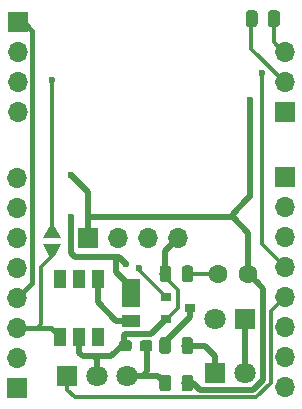
<source format=gtl>
G04 #@! TF.GenerationSoftware,KiCad,Pcbnew,5.0.0*
G04 #@! TF.CreationDate,2018-08-02T12:49:40+02:00*
G04 #@! TF.ProjectId,PTL-IR_remote,50544C2D49525F72656D6F74652E6B69,v1.1*
G04 #@! TF.SameCoordinates,PXa4b7f80PY71d9820*
G04 #@! TF.FileFunction,Copper,L1,Top,Signal*
G04 #@! TF.FilePolarity,Positive*
%FSLAX46Y46*%
G04 Gerber Fmt 4.6, Leading zero omitted, Abs format (unit mm)*
G04 Created by KiCad (PCBNEW 5.0.0) date Thu Aug  2 12:49:40 2018*
%MOMM*%
%LPD*%
G01*
G04 APERTURE LIST*
G04 #@! TA.AperFunction,ComponentPad*
%ADD10R,1.700000X1.700000*%
G04 #@! TD*
G04 #@! TA.AperFunction,ComponentPad*
%ADD11O,1.700000X1.700000*%
G04 #@! TD*
G04 #@! TA.AperFunction,ComponentPad*
%ADD12R,1.800000X1.800000*%
G04 #@! TD*
G04 #@! TA.AperFunction,ComponentPad*
%ADD13C,1.800000*%
G04 #@! TD*
G04 #@! TA.AperFunction,SMDPad,CuDef*
%ADD14R,0.900000X0.800000*%
G04 #@! TD*
G04 #@! TA.AperFunction,Conductor*
%ADD15C,0.100000*%
G04 #@! TD*
G04 #@! TA.AperFunction,SMDPad,CuDef*
%ADD16C,0.975000*%
G04 #@! TD*
G04 #@! TA.AperFunction,SMDPad,CuDef*
%ADD17R,1.000000X1.500000*%
G04 #@! TD*
G04 #@! TA.AperFunction,ComponentPad*
%ADD18C,1.600000*%
G04 #@! TD*
G04 #@! TA.AperFunction,SMDPad,CuDef*
%ADD19C,0.950000*%
G04 #@! TD*
G04 #@! TA.AperFunction,SMDPad,CuDef*
%ADD20R,1.500000X2.400000*%
G04 #@! TD*
G04 #@! TA.AperFunction,SMDPad,CuDef*
%ADD21R,1.500000X1.050000*%
G04 #@! TD*
G04 #@! TA.AperFunction,SMDPad,CuDef*
%ADD22C,0.894426*%
G04 #@! TD*
G04 #@! TA.AperFunction,ViaPad*
%ADD23C,0.600000*%
G04 #@! TD*
G04 #@! TA.AperFunction,Conductor*
%ADD24C,0.300000*%
G04 #@! TD*
G04 #@! TA.AperFunction,Conductor*
%ADD25C,0.500000*%
G04 #@! TD*
G04 #@! TA.AperFunction,Conductor*
%ADD26C,0.400000*%
G04 #@! TD*
G04 APERTURE END LIST*
D10*
G04 #@! TO.P,J3,1*
G04 #@! TO.N,SDA*
X1300000Y32200000D03*
D11*
G04 #@! TO.P,J3,2*
G04 #@! TO.N,/SCL*
X1300000Y29660000D03*
G04 #@! TO.P,J3,3*
G04 #@! TO.N,GNDREF*
X1300000Y27120000D03*
G04 #@! TO.P,J3,4*
G04 #@! TO.N,+3V3*
X1300000Y24580000D03*
G04 #@! TD*
D12*
G04 #@! TO.P,U1,1*
G04 #@! TO.N,IRM*
X5461000Y2286000D03*
D13*
G04 #@! TO.P,U1,2*
G04 #@! TO.N,GNDREF*
X8001000Y2286000D03*
G04 #@! TO.P,U1,3*
G04 #@! TO.N,Net-(C1-Pad1)*
X10541000Y2286000D03*
G04 #@! TD*
D14*
G04 #@! TO.P,Q1,1*
G04 #@! TO.N,IR*
X13900000Y8950000D03*
G04 #@! TO.P,Q1,2*
G04 #@! TO.N,GNDREF*
X13900000Y7050000D03*
G04 #@! TO.P,Q1,3*
G04 #@! TO.N,Net-(Q1-Pad3)*
X15900000Y8000000D03*
G04 #@! TD*
D15*
G04 #@! TO.N,+3V3*
G04 #@! TO.C,R5*
G36*
X21392642Y33198826D02*
X21416303Y33195316D01*
X21439507Y33189504D01*
X21462029Y33181446D01*
X21483653Y33171218D01*
X21504170Y33158921D01*
X21523383Y33144671D01*
X21541107Y33128607D01*
X21557171Y33110883D01*
X21571421Y33091670D01*
X21583718Y33071153D01*
X21593946Y33049529D01*
X21602004Y33027007D01*
X21607816Y33003803D01*
X21611326Y32980142D01*
X21612500Y32956250D01*
X21612500Y32043750D01*
X21611326Y32019858D01*
X21607816Y31996197D01*
X21602004Y31972993D01*
X21593946Y31950471D01*
X21583718Y31928847D01*
X21571421Y31908330D01*
X21557171Y31889117D01*
X21541107Y31871393D01*
X21523383Y31855329D01*
X21504170Y31841079D01*
X21483653Y31828782D01*
X21462029Y31818554D01*
X21439507Y31810496D01*
X21416303Y31804684D01*
X21392642Y31801174D01*
X21368750Y31800000D01*
X20881250Y31800000D01*
X20857358Y31801174D01*
X20833697Y31804684D01*
X20810493Y31810496D01*
X20787971Y31818554D01*
X20766347Y31828782D01*
X20745830Y31841079D01*
X20726617Y31855329D01*
X20708893Y31871393D01*
X20692829Y31889117D01*
X20678579Y31908330D01*
X20666282Y31928847D01*
X20656054Y31950471D01*
X20647996Y31972993D01*
X20642184Y31996197D01*
X20638674Y32019858D01*
X20637500Y32043750D01*
X20637500Y32956250D01*
X20638674Y32980142D01*
X20642184Y33003803D01*
X20647996Y33027007D01*
X20656054Y33049529D01*
X20666282Y33071153D01*
X20678579Y33091670D01*
X20692829Y33110883D01*
X20708893Y33128607D01*
X20726617Y33144671D01*
X20745830Y33158921D01*
X20766347Y33171218D01*
X20787971Y33181446D01*
X20810493Y33189504D01*
X20833697Y33195316D01*
X20857358Y33198826D01*
X20881250Y33200000D01*
X21368750Y33200000D01*
X21392642Y33198826D01*
X21392642Y33198826D01*
G37*
D16*
G04 #@! TD*
G04 #@! TO.P,R5,2*
G04 #@! TO.N,+3V3*
X21125000Y32500000D03*
D15*
G04 #@! TO.N,OneW*
G04 #@! TO.C,R5*
G36*
X23267642Y33198826D02*
X23291303Y33195316D01*
X23314507Y33189504D01*
X23337029Y33181446D01*
X23358653Y33171218D01*
X23379170Y33158921D01*
X23398383Y33144671D01*
X23416107Y33128607D01*
X23432171Y33110883D01*
X23446421Y33091670D01*
X23458718Y33071153D01*
X23468946Y33049529D01*
X23477004Y33027007D01*
X23482816Y33003803D01*
X23486326Y32980142D01*
X23487500Y32956250D01*
X23487500Y32043750D01*
X23486326Y32019858D01*
X23482816Y31996197D01*
X23477004Y31972993D01*
X23468946Y31950471D01*
X23458718Y31928847D01*
X23446421Y31908330D01*
X23432171Y31889117D01*
X23416107Y31871393D01*
X23398383Y31855329D01*
X23379170Y31841079D01*
X23358653Y31828782D01*
X23337029Y31818554D01*
X23314507Y31810496D01*
X23291303Y31804684D01*
X23267642Y31801174D01*
X23243750Y31800000D01*
X22756250Y31800000D01*
X22732358Y31801174D01*
X22708697Y31804684D01*
X22685493Y31810496D01*
X22662971Y31818554D01*
X22641347Y31828782D01*
X22620830Y31841079D01*
X22601617Y31855329D01*
X22583893Y31871393D01*
X22567829Y31889117D01*
X22553579Y31908330D01*
X22541282Y31928847D01*
X22531054Y31950471D01*
X22522996Y31972993D01*
X22517184Y31996197D01*
X22513674Y32019858D01*
X22512500Y32043750D01*
X22512500Y32956250D01*
X22513674Y32980142D01*
X22517184Y33003803D01*
X22522996Y33027007D01*
X22531054Y33049529D01*
X22541282Y33071153D01*
X22553579Y33091670D01*
X22567829Y33110883D01*
X22583893Y33128607D01*
X22601617Y33144671D01*
X22620830Y33158921D01*
X22641347Y33171218D01*
X22662971Y33181446D01*
X22685493Y33189504D01*
X22708697Y33195316D01*
X22732358Y33198826D01*
X22756250Y33200000D01*
X23243750Y33200000D01*
X23267642Y33198826D01*
X23267642Y33198826D01*
G37*
D16*
G04 #@! TD*
G04 #@! TO.P,R5,1*
G04 #@! TO.N,OneW*
X23000000Y32500000D03*
D15*
G04 #@! TO.N,PhR*
G04 #@! TO.C,R1*
G36*
X15955142Y11598826D02*
X15978803Y11595316D01*
X16002007Y11589504D01*
X16024529Y11581446D01*
X16046153Y11571218D01*
X16066670Y11558921D01*
X16085883Y11544671D01*
X16103607Y11528607D01*
X16119671Y11510883D01*
X16133921Y11491670D01*
X16146218Y11471153D01*
X16156446Y11449529D01*
X16164504Y11427007D01*
X16170316Y11403803D01*
X16173826Y11380142D01*
X16175000Y11356250D01*
X16175000Y10443750D01*
X16173826Y10419858D01*
X16170316Y10396197D01*
X16164504Y10372993D01*
X16156446Y10350471D01*
X16146218Y10328847D01*
X16133921Y10308330D01*
X16119671Y10289117D01*
X16103607Y10271393D01*
X16085883Y10255329D01*
X16066670Y10241079D01*
X16046153Y10228782D01*
X16024529Y10218554D01*
X16002007Y10210496D01*
X15978803Y10204684D01*
X15955142Y10201174D01*
X15931250Y10200000D01*
X15443750Y10200000D01*
X15419858Y10201174D01*
X15396197Y10204684D01*
X15372993Y10210496D01*
X15350471Y10218554D01*
X15328847Y10228782D01*
X15308330Y10241079D01*
X15289117Y10255329D01*
X15271393Y10271393D01*
X15255329Y10289117D01*
X15241079Y10308330D01*
X15228782Y10328847D01*
X15218554Y10350471D01*
X15210496Y10372993D01*
X15204684Y10396197D01*
X15201174Y10419858D01*
X15200000Y10443750D01*
X15200000Y11356250D01*
X15201174Y11380142D01*
X15204684Y11403803D01*
X15210496Y11427007D01*
X15218554Y11449529D01*
X15228782Y11471153D01*
X15241079Y11491670D01*
X15255329Y11510883D01*
X15271393Y11528607D01*
X15289117Y11544671D01*
X15308330Y11558921D01*
X15328847Y11571218D01*
X15350471Y11581446D01*
X15372993Y11589504D01*
X15396197Y11595316D01*
X15419858Y11598826D01*
X15443750Y11600000D01*
X15931250Y11600000D01*
X15955142Y11598826D01*
X15955142Y11598826D01*
G37*
D16*
G04 #@! TD*
G04 #@! TO.P,R1,1*
G04 #@! TO.N,PhR*
X15687500Y10900000D03*
D15*
G04 #@! TO.N,GNDREF*
G04 #@! TO.C,R1*
G36*
X14080142Y11598826D02*
X14103803Y11595316D01*
X14127007Y11589504D01*
X14149529Y11581446D01*
X14171153Y11571218D01*
X14191670Y11558921D01*
X14210883Y11544671D01*
X14228607Y11528607D01*
X14244671Y11510883D01*
X14258921Y11491670D01*
X14271218Y11471153D01*
X14281446Y11449529D01*
X14289504Y11427007D01*
X14295316Y11403803D01*
X14298826Y11380142D01*
X14300000Y11356250D01*
X14300000Y10443750D01*
X14298826Y10419858D01*
X14295316Y10396197D01*
X14289504Y10372993D01*
X14281446Y10350471D01*
X14271218Y10328847D01*
X14258921Y10308330D01*
X14244671Y10289117D01*
X14228607Y10271393D01*
X14210883Y10255329D01*
X14191670Y10241079D01*
X14171153Y10228782D01*
X14149529Y10218554D01*
X14127007Y10210496D01*
X14103803Y10204684D01*
X14080142Y10201174D01*
X14056250Y10200000D01*
X13568750Y10200000D01*
X13544858Y10201174D01*
X13521197Y10204684D01*
X13497993Y10210496D01*
X13475471Y10218554D01*
X13453847Y10228782D01*
X13433330Y10241079D01*
X13414117Y10255329D01*
X13396393Y10271393D01*
X13380329Y10289117D01*
X13366079Y10308330D01*
X13353782Y10328847D01*
X13343554Y10350471D01*
X13335496Y10372993D01*
X13329684Y10396197D01*
X13326174Y10419858D01*
X13325000Y10443750D01*
X13325000Y11356250D01*
X13326174Y11380142D01*
X13329684Y11403803D01*
X13335496Y11427007D01*
X13343554Y11449529D01*
X13353782Y11471153D01*
X13366079Y11491670D01*
X13380329Y11510883D01*
X13396393Y11528607D01*
X13414117Y11544671D01*
X13433330Y11558921D01*
X13453847Y11571218D01*
X13475471Y11581446D01*
X13497993Y11589504D01*
X13521197Y11595316D01*
X13544858Y11598826D01*
X13568750Y11600000D01*
X14056250Y11600000D01*
X14080142Y11598826D01*
X14080142Y11598826D01*
G37*
D16*
G04 #@! TD*
G04 #@! TO.P,R1,2*
G04 #@! TO.N,GNDREF*
X13812500Y10900000D03*
D15*
G04 #@! TO.N,Net-(Q1-Pad3)*
G04 #@! TO.C,R2*
G36*
X14062142Y5524826D02*
X14085803Y5521316D01*
X14109007Y5515504D01*
X14131529Y5507446D01*
X14153153Y5497218D01*
X14173670Y5484921D01*
X14192883Y5470671D01*
X14210607Y5454607D01*
X14226671Y5436883D01*
X14240921Y5417670D01*
X14253218Y5397153D01*
X14263446Y5375529D01*
X14271504Y5353007D01*
X14277316Y5329803D01*
X14280826Y5306142D01*
X14282000Y5282250D01*
X14282000Y4369750D01*
X14280826Y4345858D01*
X14277316Y4322197D01*
X14271504Y4298993D01*
X14263446Y4276471D01*
X14253218Y4254847D01*
X14240921Y4234330D01*
X14226671Y4215117D01*
X14210607Y4197393D01*
X14192883Y4181329D01*
X14173670Y4167079D01*
X14153153Y4154782D01*
X14131529Y4144554D01*
X14109007Y4136496D01*
X14085803Y4130684D01*
X14062142Y4127174D01*
X14038250Y4126000D01*
X13550750Y4126000D01*
X13526858Y4127174D01*
X13503197Y4130684D01*
X13479993Y4136496D01*
X13457471Y4144554D01*
X13435847Y4154782D01*
X13415330Y4167079D01*
X13396117Y4181329D01*
X13378393Y4197393D01*
X13362329Y4215117D01*
X13348079Y4234330D01*
X13335782Y4254847D01*
X13325554Y4276471D01*
X13317496Y4298993D01*
X13311684Y4322197D01*
X13308174Y4345858D01*
X13307000Y4369750D01*
X13307000Y5282250D01*
X13308174Y5306142D01*
X13311684Y5329803D01*
X13317496Y5353007D01*
X13325554Y5375529D01*
X13335782Y5397153D01*
X13348079Y5417670D01*
X13362329Y5436883D01*
X13378393Y5454607D01*
X13396117Y5470671D01*
X13415330Y5484921D01*
X13435847Y5497218D01*
X13457471Y5507446D01*
X13479993Y5515504D01*
X13503197Y5521316D01*
X13526858Y5524826D01*
X13550750Y5526000D01*
X14038250Y5526000D01*
X14062142Y5524826D01*
X14062142Y5524826D01*
G37*
D16*
G04 #@! TD*
G04 #@! TO.P,R2,2*
G04 #@! TO.N,Net-(Q1-Pad3)*
X13794500Y4826000D03*
D15*
G04 #@! TO.N,Net-(D1-Pad1)*
G04 #@! TO.C,R2*
G36*
X15937142Y5524826D02*
X15960803Y5521316D01*
X15984007Y5515504D01*
X16006529Y5507446D01*
X16028153Y5497218D01*
X16048670Y5484921D01*
X16067883Y5470671D01*
X16085607Y5454607D01*
X16101671Y5436883D01*
X16115921Y5417670D01*
X16128218Y5397153D01*
X16138446Y5375529D01*
X16146504Y5353007D01*
X16152316Y5329803D01*
X16155826Y5306142D01*
X16157000Y5282250D01*
X16157000Y4369750D01*
X16155826Y4345858D01*
X16152316Y4322197D01*
X16146504Y4298993D01*
X16138446Y4276471D01*
X16128218Y4254847D01*
X16115921Y4234330D01*
X16101671Y4215117D01*
X16085607Y4197393D01*
X16067883Y4181329D01*
X16048670Y4167079D01*
X16028153Y4154782D01*
X16006529Y4144554D01*
X15984007Y4136496D01*
X15960803Y4130684D01*
X15937142Y4127174D01*
X15913250Y4126000D01*
X15425750Y4126000D01*
X15401858Y4127174D01*
X15378197Y4130684D01*
X15354993Y4136496D01*
X15332471Y4144554D01*
X15310847Y4154782D01*
X15290330Y4167079D01*
X15271117Y4181329D01*
X15253393Y4197393D01*
X15237329Y4215117D01*
X15223079Y4234330D01*
X15210782Y4254847D01*
X15200554Y4276471D01*
X15192496Y4298993D01*
X15186684Y4322197D01*
X15183174Y4345858D01*
X15182000Y4369750D01*
X15182000Y5282250D01*
X15183174Y5306142D01*
X15186684Y5329803D01*
X15192496Y5353007D01*
X15200554Y5375529D01*
X15210782Y5397153D01*
X15223079Y5417670D01*
X15237329Y5436883D01*
X15253393Y5454607D01*
X15271117Y5470671D01*
X15290330Y5484921D01*
X15310847Y5497218D01*
X15332471Y5507446D01*
X15354993Y5515504D01*
X15378197Y5521316D01*
X15401858Y5524826D01*
X15425750Y5526000D01*
X15913250Y5526000D01*
X15937142Y5524826D01*
X15937142Y5524826D01*
G37*
D16*
G04 #@! TD*
G04 #@! TO.P,R2,1*
G04 #@! TO.N,Net-(D1-Pad1)*
X15669500Y4826000D03*
D15*
G04 #@! TO.N,+3V3*
G04 #@! TO.C,R4*
G36*
X15937142Y2349826D02*
X15960803Y2346316D01*
X15984007Y2340504D01*
X16006529Y2332446D01*
X16028153Y2322218D01*
X16048670Y2309921D01*
X16067883Y2295671D01*
X16085607Y2279607D01*
X16101671Y2261883D01*
X16115921Y2242670D01*
X16128218Y2222153D01*
X16138446Y2200529D01*
X16146504Y2178007D01*
X16152316Y2154803D01*
X16155826Y2131142D01*
X16157000Y2107250D01*
X16157000Y1194750D01*
X16155826Y1170858D01*
X16152316Y1147197D01*
X16146504Y1123993D01*
X16138446Y1101471D01*
X16128218Y1079847D01*
X16115921Y1059330D01*
X16101671Y1040117D01*
X16085607Y1022393D01*
X16067883Y1006329D01*
X16048670Y992079D01*
X16028153Y979782D01*
X16006529Y969554D01*
X15984007Y961496D01*
X15960803Y955684D01*
X15937142Y952174D01*
X15913250Y951000D01*
X15425750Y951000D01*
X15401858Y952174D01*
X15378197Y955684D01*
X15354993Y961496D01*
X15332471Y969554D01*
X15310847Y979782D01*
X15290330Y992079D01*
X15271117Y1006329D01*
X15253393Y1022393D01*
X15237329Y1040117D01*
X15223079Y1059330D01*
X15210782Y1079847D01*
X15200554Y1101471D01*
X15192496Y1123993D01*
X15186684Y1147197D01*
X15183174Y1170858D01*
X15182000Y1194750D01*
X15182000Y2107250D01*
X15183174Y2131142D01*
X15186684Y2154803D01*
X15192496Y2178007D01*
X15200554Y2200529D01*
X15210782Y2222153D01*
X15223079Y2242670D01*
X15237329Y2261883D01*
X15253393Y2279607D01*
X15271117Y2295671D01*
X15290330Y2309921D01*
X15310847Y2322218D01*
X15332471Y2332446D01*
X15354993Y2340504D01*
X15378197Y2346316D01*
X15401858Y2349826D01*
X15425750Y2351000D01*
X15913250Y2351000D01*
X15937142Y2349826D01*
X15937142Y2349826D01*
G37*
D16*
G04 #@! TD*
G04 #@! TO.P,R4,1*
G04 #@! TO.N,+3V3*
X15669500Y1651000D03*
D15*
G04 #@! TO.N,Net-(C1-Pad1)*
G04 #@! TO.C,R4*
G36*
X14062142Y2349826D02*
X14085803Y2346316D01*
X14109007Y2340504D01*
X14131529Y2332446D01*
X14153153Y2322218D01*
X14173670Y2309921D01*
X14192883Y2295671D01*
X14210607Y2279607D01*
X14226671Y2261883D01*
X14240921Y2242670D01*
X14253218Y2222153D01*
X14263446Y2200529D01*
X14271504Y2178007D01*
X14277316Y2154803D01*
X14280826Y2131142D01*
X14282000Y2107250D01*
X14282000Y1194750D01*
X14280826Y1170858D01*
X14277316Y1147197D01*
X14271504Y1123993D01*
X14263446Y1101471D01*
X14253218Y1079847D01*
X14240921Y1059330D01*
X14226671Y1040117D01*
X14210607Y1022393D01*
X14192883Y1006329D01*
X14173670Y992079D01*
X14153153Y979782D01*
X14131529Y969554D01*
X14109007Y961496D01*
X14085803Y955684D01*
X14062142Y952174D01*
X14038250Y951000D01*
X13550750Y951000D01*
X13526858Y952174D01*
X13503197Y955684D01*
X13479993Y961496D01*
X13457471Y969554D01*
X13435847Y979782D01*
X13415330Y992079D01*
X13396117Y1006329D01*
X13378393Y1022393D01*
X13362329Y1040117D01*
X13348079Y1059330D01*
X13335782Y1079847D01*
X13325554Y1101471D01*
X13317496Y1123993D01*
X13311684Y1147197D01*
X13308174Y1170858D01*
X13307000Y1194750D01*
X13307000Y2107250D01*
X13308174Y2131142D01*
X13311684Y2154803D01*
X13317496Y2178007D01*
X13325554Y2200529D01*
X13335782Y2222153D01*
X13348079Y2242670D01*
X13362329Y2261883D01*
X13378393Y2279607D01*
X13396117Y2295671D01*
X13415330Y2309921D01*
X13435847Y2322218D01*
X13457471Y2332446D01*
X13479993Y2340504D01*
X13503197Y2346316D01*
X13526858Y2349826D01*
X13550750Y2351000D01*
X14038250Y2351000D01*
X14062142Y2349826D01*
X14062142Y2349826D01*
G37*
D16*
G04 #@! TD*
G04 #@! TO.P,R4,2*
G04 #@! TO.N,Net-(C1-Pad1)*
X13794500Y1651000D03*
D10*
G04 #@! TO.P,DHT22,1*
G04 #@! TO.N,+3V3*
X7239000Y13900000D03*
D11*
G04 #@! TO.P,DHT22,2*
G04 #@! TO.N,DHT*
X9779000Y13900000D03*
G04 #@! TO.P,DHT22,3*
G04 #@! TO.N,N/C*
X12319000Y13900000D03*
G04 #@! TO.P,DHT22,4*
G04 #@! TO.N,GNDREF*
X14859000Y13900000D03*
G04 #@! TD*
G04 #@! TO.P,J1,8*
G04 #@! TO.N,N/C*
X23939500Y1333500D03*
G04 #@! TO.P,J1,7*
G04 #@! TO.N,PhR*
X23939500Y3873500D03*
G04 #@! TO.P,J1,6*
G04 #@! TO.N,N/C*
X23939500Y6413500D03*
G04 #@! TO.P,J1,5*
G04 #@! TO.N,IRM*
X23939500Y8953500D03*
G04 #@! TO.P,J1,4*
G04 #@! TO.N,OneW*
X23939500Y11493500D03*
G04 #@! TO.P,J1,3*
G04 #@! TO.N,N/C*
X23939500Y14033500D03*
G04 #@! TO.P,J1,2*
X23939500Y16573500D03*
D10*
G04 #@! TO.P,J1,1*
G04 #@! TO.N,+3V3*
X23939500Y19113500D03*
G04 #@! TD*
G04 #@! TO.P,J2,1*
G04 #@! TO.N,N/C*
X1270000Y1270000D03*
D11*
G04 #@! TO.P,J2,2*
X1270000Y3810000D03*
G04 #@! TO.P,J2,3*
G04 #@! TO.N,D2*
X1270000Y6350000D03*
G04 #@! TO.P,J2,4*
G04 #@! TO.N,SDA*
X1270000Y8890000D03*
G04 #@! TO.P,J2,5*
G04 #@! TO.N,IR*
X1270000Y11430000D03*
G04 #@! TO.P,J2,6*
G04 #@! TO.N,DHT*
X1270000Y13970000D03*
G04 #@! TO.P,J2,7*
G04 #@! TO.N,+5V*
X1270000Y16510000D03*
G04 #@! TO.P,J2,8*
G04 #@! TO.N,GNDREF*
X1270000Y19050000D03*
G04 #@! TD*
D17*
G04 #@! TO.P,D4,4*
G04 #@! TO.N,D2*
X4900000Y5550000D03*
G04 #@! TO.P,D4,5*
G04 #@! TO.N,GNDREF*
X6500000Y5550000D03*
G04 #@! TO.P,D4,6*
G04 #@! TO.N,N/C*
X8100000Y5550000D03*
G04 #@! TO.P,D4,3*
X4900000Y10450000D03*
G04 #@! TO.P,D4,2*
X6500000Y10450000D03*
G04 #@! TO.P,D4,1*
G04 #@! TO.N,Net-(D3-Pad2)*
X8100000Y10450000D03*
G04 #@! TD*
D18*
G04 #@! TO.P,PR1,1*
G04 #@! TO.N,+3V3*
X20840000Y10900000D03*
G04 #@! TO.P,PR1,2*
G04 #@! TO.N,PhR*
X18300000Y10900000D03*
G04 #@! TD*
D15*
G04 #@! TO.N,Net-(C1-Pad1)*
G04 #@! TO.C,C1*
G36*
X12485779Y5273856D02*
X12508834Y5270437D01*
X12531443Y5264773D01*
X12553387Y5256921D01*
X12574457Y5246956D01*
X12594448Y5234974D01*
X12613168Y5221090D01*
X12630438Y5205438D01*
X12646090Y5188168D01*
X12659974Y5169448D01*
X12671956Y5149457D01*
X12681921Y5128387D01*
X12689773Y5106443D01*
X12695437Y5083834D01*
X12698856Y5060779D01*
X12700000Y5037500D01*
X12700000Y4562500D01*
X12698856Y4539221D01*
X12695437Y4516166D01*
X12689773Y4493557D01*
X12681921Y4471613D01*
X12671956Y4450543D01*
X12659974Y4430552D01*
X12646090Y4411832D01*
X12630438Y4394562D01*
X12613168Y4378910D01*
X12594448Y4365026D01*
X12574457Y4353044D01*
X12553387Y4343079D01*
X12531443Y4335227D01*
X12508834Y4329563D01*
X12485779Y4326144D01*
X12462500Y4325000D01*
X11887500Y4325000D01*
X11864221Y4326144D01*
X11841166Y4329563D01*
X11818557Y4335227D01*
X11796613Y4343079D01*
X11775543Y4353044D01*
X11755552Y4365026D01*
X11736832Y4378910D01*
X11719562Y4394562D01*
X11703910Y4411832D01*
X11690026Y4430552D01*
X11678044Y4450543D01*
X11668079Y4471613D01*
X11660227Y4493557D01*
X11654563Y4516166D01*
X11651144Y4539221D01*
X11650000Y4562500D01*
X11650000Y5037500D01*
X11651144Y5060779D01*
X11654563Y5083834D01*
X11660227Y5106443D01*
X11668079Y5128387D01*
X11678044Y5149457D01*
X11690026Y5169448D01*
X11703910Y5188168D01*
X11719562Y5205438D01*
X11736832Y5221090D01*
X11755552Y5234974D01*
X11775543Y5246956D01*
X11796613Y5256921D01*
X11818557Y5264773D01*
X11841166Y5270437D01*
X11864221Y5273856D01*
X11887500Y5275000D01*
X12462500Y5275000D01*
X12485779Y5273856D01*
X12485779Y5273856D01*
G37*
D19*
G04 #@! TD*
G04 #@! TO.P,C1,1*
G04 #@! TO.N,Net-(C1-Pad1)*
X12175000Y4800000D03*
D15*
G04 #@! TO.N,GNDREF*
G04 #@! TO.C,C1*
G36*
X10735779Y5273856D02*
X10758834Y5270437D01*
X10781443Y5264773D01*
X10803387Y5256921D01*
X10824457Y5246956D01*
X10844448Y5234974D01*
X10863168Y5221090D01*
X10880438Y5205438D01*
X10896090Y5188168D01*
X10909974Y5169448D01*
X10921956Y5149457D01*
X10931921Y5128387D01*
X10939773Y5106443D01*
X10945437Y5083834D01*
X10948856Y5060779D01*
X10950000Y5037500D01*
X10950000Y4562500D01*
X10948856Y4539221D01*
X10945437Y4516166D01*
X10939773Y4493557D01*
X10931921Y4471613D01*
X10921956Y4450543D01*
X10909974Y4430552D01*
X10896090Y4411832D01*
X10880438Y4394562D01*
X10863168Y4378910D01*
X10844448Y4365026D01*
X10824457Y4353044D01*
X10803387Y4343079D01*
X10781443Y4335227D01*
X10758834Y4329563D01*
X10735779Y4326144D01*
X10712500Y4325000D01*
X10137500Y4325000D01*
X10114221Y4326144D01*
X10091166Y4329563D01*
X10068557Y4335227D01*
X10046613Y4343079D01*
X10025543Y4353044D01*
X10005552Y4365026D01*
X9986832Y4378910D01*
X9969562Y4394562D01*
X9953910Y4411832D01*
X9940026Y4430552D01*
X9928044Y4450543D01*
X9918079Y4471613D01*
X9910227Y4493557D01*
X9904563Y4516166D01*
X9901144Y4539221D01*
X9900000Y4562500D01*
X9900000Y5037500D01*
X9901144Y5060779D01*
X9904563Y5083834D01*
X9910227Y5106443D01*
X9918079Y5128387D01*
X9928044Y5149457D01*
X9940026Y5169448D01*
X9953910Y5188168D01*
X9969562Y5205438D01*
X9986832Y5221090D01*
X10005552Y5234974D01*
X10025543Y5246956D01*
X10046613Y5256921D01*
X10068557Y5264773D01*
X10091166Y5270437D01*
X10114221Y5273856D01*
X10137500Y5275000D01*
X10712500Y5275000D01*
X10735779Y5273856D01*
X10735779Y5273856D01*
G37*
D19*
G04 #@! TD*
G04 #@! TO.P,C1,2*
G04 #@! TO.N,GNDREF*
X10425000Y4800000D03*
D13*
G04 #@! TO.P,D1,2*
G04 #@! TO.N,Net-(D1-Pad2)*
X20574000Y2540000D03*
D12*
G04 #@! TO.P,D1,1*
G04 #@! TO.N,Net-(D1-Pad1)*
X18034000Y2540000D03*
G04 #@! TD*
G04 #@! TO.P,D2,1*
G04 #@! TO.N,Net-(D1-Pad2)*
X20574000Y7112000D03*
D13*
G04 #@! TO.P,D2,2*
G04 #@! TO.N,+5V*
X18034000Y7112000D03*
G04 #@! TD*
D20*
G04 #@! TO.P,D3,1*
G04 #@! TO.N,+5V*
X10900000Y9300000D03*
D21*
G04 #@! TO.P,D3,2*
G04 #@! TO.N,Net-(D3-Pad2)*
X10900000Y6925000D03*
G04 #@! TD*
D22*
G04 #@! TO.P,JP1,2*
G04 #@! TO.N,/SCL*
X4200000Y14400000D03*
D15*
G04 #@! TD*
G04 #@! TO.N,/SCL*
G04 #@! TO.C,JP1*
G36*
X4950000Y13900000D02*
X3450000Y13900000D01*
X3950000Y14900000D01*
X4450000Y14900000D01*
X4950000Y13900000D01*
X4950000Y13900000D01*
G37*
D22*
G04 #@! TO.P,JP1,1*
G04 #@! TO.N,D2*
X4200000Y12900000D03*
D15*
G04 #@! TD*
G04 #@! TO.N,D2*
G04 #@! TO.C,JP1*
G36*
X4450000Y12400000D02*
X3950000Y12400000D01*
X3450000Y13400000D01*
X4950000Y13400000D01*
X4450000Y12400000D01*
X4450000Y12400000D01*
G37*
D10*
G04 #@! TO.P,J4,1*
G04 #@! TO.N,GNDREF*
X23900000Y24600000D03*
D11*
G04 #@! TO.P,J4,2*
G04 #@! TO.N,+3V3*
X23900000Y27140000D03*
G04 #@! TO.P,J4,3*
G04 #@! TO.N,OneW*
X23900000Y29680000D03*
G04 #@! TD*
D23*
G04 #@! TO.N,+3V3*
X5800000Y19300000D03*
X21000000Y17499990D03*
X21000000Y25600000D03*
G04 #@! TO.N,+5V*
X10500006Y11700000D03*
X5800010Y15700000D03*
G04 #@! TO.N,OneW*
X22000000Y27899992D03*
G04 #@! TO.N,IR*
X11600000Y11399998D03*
G04 #@! TO.N,/SCL*
X4200000Y27300000D03*
G04 #@! TD*
D24*
G04 #@! TO.N,+3V3*
X15682000Y2032000D02*
X15682000Y1732000D01*
D25*
X7239000Y13939000D02*
X7200000Y13900000D01*
X7239000Y15900000D02*
X7239000Y13939000D01*
X21639999Y10100001D02*
X20840000Y10900000D01*
X16149000Y1651000D02*
X16774979Y1025021D01*
X21258479Y1025021D02*
X22100000Y1866542D01*
X22100000Y1866542D02*
X22100000Y9640000D01*
X15669500Y1651000D02*
X16149000Y1651000D01*
X16774979Y1025021D02*
X21258479Y1025021D01*
X22100000Y9640000D02*
X21639999Y10100001D01*
X7239000Y15900000D02*
X7239000Y15700000D01*
X7239000Y15700000D02*
X19500000Y15700000D01*
X20840000Y14360000D02*
X19500000Y15700000D01*
X20840000Y10900000D02*
X20840000Y14360000D01*
X7239000Y15900000D02*
X7239000Y17861000D01*
X7239000Y17861000D02*
X6099999Y19000001D01*
X6099999Y19000001D02*
X5800000Y19300000D01*
D24*
X21100000Y29900000D02*
X23900000Y27100000D01*
X21100000Y32500000D02*
X21100000Y29900000D01*
D25*
X19500000Y15999990D02*
X20700001Y17199991D01*
X20700001Y17199991D02*
X21000000Y17499990D01*
X19500000Y15700000D02*
X19500000Y15999990D01*
X21000000Y17499990D02*
X21000000Y25600000D01*
D26*
G04 #@! TO.N,Net-(C1-Pad1)*
X10541000Y2286000D02*
X10541000Y2476500D01*
D25*
X13147000Y2286000D02*
X13782000Y1651000D01*
X12192000Y2286000D02*
X13147000Y2286000D01*
X12250000Y2636000D02*
X11900000Y2286000D01*
X12250000Y4800000D02*
X12250000Y2636000D01*
X10541000Y2286000D02*
X11900000Y2286000D01*
X11900000Y2286000D02*
X12192000Y2286000D01*
G04 #@! TO.N,+5V*
X10900000Y9750000D02*
X9600000Y11050000D01*
X10900000Y9300000D02*
X10900000Y9750000D01*
X9600000Y11050000D02*
X9600000Y12300000D01*
X10200007Y11999999D02*
X10500006Y11700000D01*
X9900006Y12300000D02*
X10200007Y11999999D01*
X9600000Y12300000D02*
X9900006Y12300000D01*
X5800010Y12699990D02*
X5800010Y15275736D01*
X5800010Y15275736D02*
X5800010Y15700000D01*
X6200000Y12300000D02*
X5800010Y12699990D01*
X9600000Y12300000D02*
X6200000Y12300000D01*
G04 #@! TO.N,Net-(D1-Pad2)*
X20574000Y2540000D02*
X20574000Y7112000D01*
G04 #@! TO.N,Net-(Q1-Pad3)*
X13782000Y5082000D02*
X13782000Y4826000D01*
X15900000Y8000000D02*
X15900000Y7200000D01*
X15900000Y7200000D02*
X13782000Y5082000D01*
G04 #@! TO.N,Net-(D1-Pad1)*
X15616000Y5334000D02*
X15616000Y4958000D01*
X18034000Y3940000D02*
X18034000Y2540000D01*
X17148000Y4826000D02*
X18034000Y3940000D01*
X15682000Y4826000D02*
X17148000Y4826000D01*
G04 #@! TO.N,Net-(D3-Pad2)*
X8100000Y8475000D02*
X8100000Y10500000D01*
X10900000Y6925000D02*
X9650000Y6925000D01*
X9650000Y6925000D02*
X8100000Y8475000D01*
D26*
G04 #@! TO.N,SDA*
X1800000Y32200000D02*
X1300000Y32200000D01*
X2550001Y10150001D02*
X2550001Y31449999D01*
X2540001Y10140001D02*
X2550001Y10150001D01*
X2550001Y31449999D02*
X1800000Y32200000D01*
X1270000Y8890000D02*
X2520001Y10140001D01*
X2520001Y10140001D02*
X2540001Y10140001D01*
D24*
G04 #@! TO.N,OneW*
X23800000Y29700000D02*
X23900000Y29700000D01*
X23000000Y32500000D02*
X23000000Y30500000D01*
X23000000Y30500000D02*
X23800000Y29700000D01*
X22000000Y13433000D02*
X22000000Y27899992D01*
X23939500Y11493500D02*
X22000000Y13433000D01*
G04 #@! TO.N,IRM*
X21507010Y425010D02*
X22739499Y1657499D01*
X22739499Y7753499D02*
X23089501Y8103501D01*
X23089501Y8103501D02*
X23939500Y8953500D01*
X22739499Y1657499D02*
X22739499Y7753499D01*
X6121990Y425010D02*
X21507010Y425010D01*
X5461000Y1086000D02*
X6121990Y425010D01*
X5461000Y2286000D02*
X5461000Y1086000D01*
G04 #@! TO.N,PhR*
X15687500Y10900000D02*
X18300000Y10900000D01*
G04 #@! TO.N,IR*
X13850000Y8950000D02*
X11600000Y11200000D01*
X13900000Y8950000D02*
X13850000Y8950000D01*
X11600000Y11200000D02*
X11600000Y11399998D01*
D25*
G04 #@! TO.N,GNDREF*
X6500000Y4200000D02*
X6800000Y3900000D01*
X6500000Y5500000D02*
X6500000Y4200000D01*
X6800000Y3900000D02*
X7800000Y3900000D01*
X8001000Y3699000D02*
X8001000Y2286000D01*
X7800000Y3900000D02*
X8001000Y3699000D01*
X10125000Y4800000D02*
X10350000Y4800000D01*
X9225000Y3900000D02*
X10125000Y4800000D01*
X7800000Y3900000D02*
X9225000Y3900000D01*
X10350000Y5675000D02*
X10475000Y5800000D01*
X10350000Y4800000D02*
X10350000Y5675000D01*
X12600000Y5800000D02*
X13850000Y7050000D01*
X13850000Y7050000D02*
X13900000Y7050000D01*
X10475000Y5800000D02*
X12600000Y5800000D01*
X13800000Y12841000D02*
X13800000Y10900000D01*
X14859000Y13900000D02*
X13800000Y12841000D01*
D24*
X13950000Y7050000D02*
X14900000Y8000000D01*
X13900000Y7050000D02*
X13950000Y7050000D01*
X13800000Y10600000D02*
X13800000Y10900000D01*
X14900000Y9500000D02*
X13800000Y10600000D01*
X14900000Y8000000D02*
X14900000Y9500000D01*
G04 #@! TO.N,/SCL*
X1270000Y29654500D02*
X1841500Y29654500D01*
X4200000Y14300000D02*
X4200000Y27300000D01*
G04 #@! TO.N,D2*
X1270000Y6350000D02*
X1651000Y6350000D01*
D26*
X4100000Y6350000D02*
X4900000Y5550000D01*
X3800000Y6350000D02*
X4100000Y6350000D01*
X1270000Y6350000D02*
X3000000Y6350000D01*
X3000000Y6350000D02*
X3800000Y6350000D01*
D24*
X3300000Y6650000D02*
X3000000Y6350000D01*
X3300000Y11500000D02*
X3300000Y6650000D01*
X4200000Y12600000D02*
X4200000Y12400000D01*
X4200000Y12400000D02*
X3300000Y11500000D01*
G04 #@! TD*
M02*

</source>
